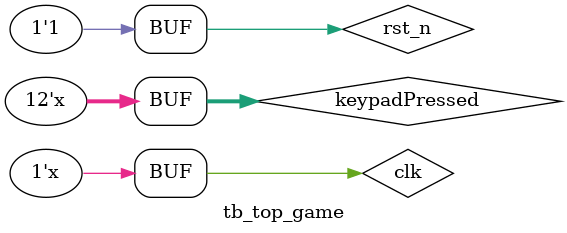
<source format=v>
`timescale 1ns/10ps

module tb_top_game;
  wire LCD_E;
  wire LCD_RS, LCD_RW;
  wire [(8-1):0] LCD_DATA;
  reg clk, rst_n;
  reg [(12-1):0] keypadPressed;

 KECE210_top_Log2048 test(
  clk, rst_n, keypadPressed, LCD_E, LCD_RS, LCD_RW, LCD_DATA
  );

  always begin
    #10 clk <= ~clk;
  end
 
  initial begin
    clk <= 0;
    rst_n <= 0;
    #20 rst_n <= 1;
    #5000 keypadPressed = 12'b0000_0000_1000;
    #100 keypadPressed <= 12'dx;
    #5000 keypadPressed = 12'b0000_1000_0000;
    #100 keypadPressed <= 12'dx;
    #5000 keypadPressed = 12'b0000_0000_1000;
    #100 keypadPressed <= 12'dx;
    #5000 keypadPressed = 12'b0000_0010_0000;
    #100 keypadPressed <= 12'dx;
    #5000 keypadPressed = 12'b0000_0010_0000;
    #100 keypadPressed <= 12'dx;
  end

endmodule


</source>
